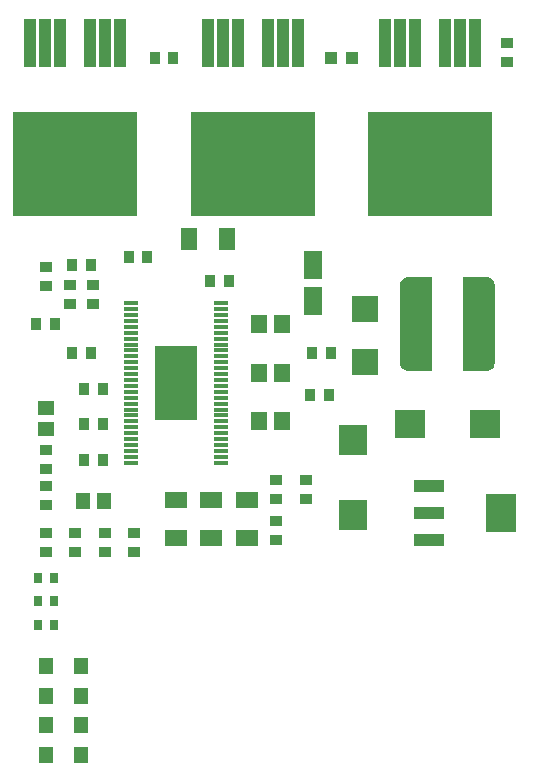
<source format=gtp>
G04 Layer_Color=8421504*
%FSAX44Y44*%
%MOMM*%
G71*
G01*
G75*
%ADD10R,1.0000X0.9000*%
%ADD11R,1.1000X1.1000*%
%ADD12R,0.9000X1.0000*%
%ADD13R,10.6000X8.8000*%
%ADD14R,1.0500X4.1500*%
G04:AMPARAMS|DCode=15|XSize=2.7mm|YSize=8mm|CornerRadius=1.35mm|HoleSize=0mm|Usage=FLASHONLY|Rotation=0.000|XOffset=0mm|YOffset=0mm|HoleType=Round|Shape=RoundedRectangle|*
%AMROUNDEDRECTD15*
21,1,2.7000,5.3000,0,0,0.0*
21,1,0.0000,8.0000,0,0,0.0*
1,1,2.7000,0.0000,-2.6500*
1,1,2.7000,0.0000,-2.6500*
1,1,2.7000,0.0000,2.6500*
1,1,2.7000,0.0000,2.6500*
%
%ADD15ROUNDEDRECTD15*%
%ADD16R,1.5500X2.4000*%
%ADD17R,2.6000X2.4000*%
%ADD18R,1.4500X1.1500*%
%ADD19R,1.9000X1.3500*%
%ADD20R,2.4000X2.6000*%
%ADD21R,2.3000X2.3000*%
%ADD22R,2.5000X3.3000*%
%ADD23R,2.5000X1.0000*%
%ADD24R,0.7000X0.9000*%
%ADD25R,1.3500X1.9000*%
%ADD26R,1.1500X1.4500*%
%ADD27R,1.2700X0.3048*%
%ADD28R,3.6100X6.3500*%
%ADD29R,1.3500X1.5500*%
%ADD30R,1.2192X1.4224*%
G36*
X00797301Y00801315D02*
X00794225D01*
X00792811Y00802729D01*
Y00805775D01*
X00794225Y00807189D01*
X00797301D01*
Y00801315D01*
D02*
G37*
G36*
X00767189Y00813649D02*
Y00810603D01*
X00765775Y00809189D01*
X00762699D01*
Y00815063D01*
X00765775D01*
X00767189Y00813649D01*
D02*
G37*
G36*
X00790811Y00805775D02*
Y00802729D01*
X00789397Y00801315D01*
X00786351D01*
X00784937Y00802729D01*
Y00805775D01*
X00786351Y00807189D01*
X00789397D01*
X00790811Y00805775D01*
D02*
G37*
G36*
X00775063D02*
Y00802729D01*
X00773649Y00801315D01*
X00770603D01*
X00769189Y00802729D01*
Y00805775D01*
X00770603Y00807189D01*
X00773649D01*
X00775063Y00805775D01*
D02*
G37*
G36*
X00782937D02*
Y00802729D01*
X00781523Y00801315D01*
X00778477D01*
X00777063Y00802729D01*
Y00805775D01*
X00778477Y00807189D01*
X00781523D01*
X00782937Y00805775D01*
D02*
G37*
G36*
X00775063Y00813649D02*
Y00810603D01*
X00773649Y00809189D01*
X00770603D01*
X00769189Y00810603D01*
Y00813649D01*
X00770603Y00815063D01*
X00773649D01*
X00775063Y00813649D01*
D02*
G37*
G36*
X00767189Y00821523D02*
Y00818477D01*
X00765775Y00817063D01*
X00762699D01*
Y00822937D01*
X00765775D01*
X00767189Y00821523D01*
D02*
G37*
G36*
X00775063D02*
Y00818477D01*
X00773649Y00817063D01*
X00770603D01*
X00769189Y00818477D01*
Y00821523D01*
X00770603Y00822937D01*
X00773649D01*
X00775063Y00821523D01*
D02*
G37*
G36*
X00797301Y00809189D02*
X00794225D01*
X00792811Y00810603D01*
Y00813649D01*
X00794225Y00815063D01*
X00797301D01*
Y00809189D01*
D02*
G37*
G36*
X00782937Y00813649D02*
Y00810603D01*
X00781523Y00809189D01*
X00778477D01*
X00777063Y00810603D01*
Y00813649D01*
X00778477Y00815063D01*
X00781523D01*
X00782937Y00813649D01*
D02*
G37*
G36*
X00790811D02*
Y00810603D01*
X00789397Y00809189D01*
X00786351D01*
X00784937Y00810603D01*
Y00813649D01*
X00786351Y00815063D01*
X00789397D01*
X00790811Y00813649D01*
D02*
G37*
G36*
Y00790027D02*
Y00788999D01*
X00784937D01*
Y00790027D01*
X00786351Y00791441D01*
X00789397D01*
X00790811Y00790027D01*
D02*
G37*
G36*
X00797301Y00788999D02*
X00792811D01*
Y00790027D01*
X00794225Y00791441D01*
X00797301D01*
Y00788999D01*
D02*
G37*
G36*
X00782937Y00790027D02*
Y00788999D01*
X00777063D01*
Y00790027D01*
X00778477Y00791441D01*
X00781523D01*
X00782937Y00790027D01*
D02*
G37*
G36*
X00767189D02*
Y00788999D01*
X00762699D01*
Y00791441D01*
X00765775D01*
X00767189Y00790027D01*
D02*
G37*
G36*
X00775063D02*
Y00788999D01*
X00769189D01*
Y00790027D01*
X00770603Y00791441D01*
X00773649D01*
X00775063Y00790027D01*
D02*
G37*
G36*
X00767189Y00797901D02*
Y00794855D01*
X00765775Y00793441D01*
X00762699D01*
Y00799315D01*
X00765775D01*
X00767189Y00797901D01*
D02*
G37*
G36*
X00797301Y00793441D02*
X00794225D01*
X00792811Y00794855D01*
Y00797901D01*
X00794225Y00799315D01*
X00797301D01*
Y00793441D01*
D02*
G37*
G36*
X00767189Y00805775D02*
Y00802729D01*
X00765775Y00801315D01*
X00762699D01*
Y00807189D01*
X00765775D01*
X00767189Y00805775D01*
D02*
G37*
G36*
X00790811Y00797901D02*
Y00794855D01*
X00789397Y00793441D01*
X00786351D01*
X00784937Y00794855D01*
Y00797901D01*
X00786351Y00799315D01*
X00789397D01*
X00790811Y00797901D01*
D02*
G37*
G36*
X00775063D02*
Y00794855D01*
X00773649Y00793441D01*
X00770603D01*
X00769189Y00794855D01*
Y00797901D01*
X00770603Y00799315D01*
X00773649D01*
X00775063Y00797901D01*
D02*
G37*
G36*
X00782937D02*
Y00794855D01*
X00781523Y00793441D01*
X00778477D01*
X00777063Y00794855D01*
Y00797901D01*
X00778477Y00799315D01*
X00781523D01*
X00782937Y00797901D01*
D02*
G37*
G36*
Y00821523D02*
Y00818477D01*
X00781523Y00817063D01*
X00778477D01*
X00777063Y00818477D01*
Y00821523D01*
X00778477Y00822937D01*
X00781523D01*
X00782937Y00821523D01*
D02*
G37*
G36*
Y00845145D02*
Y00842099D01*
X00781523Y00840685D01*
X00778477D01*
X00777063Y00842099D01*
Y00845145D01*
X00778477Y00846559D01*
X00781523D01*
X00782937Y00845145D01*
D02*
G37*
G36*
X00790811D02*
Y00842099D01*
X00789397Y00840685D01*
X00786351D01*
X00784937Y00842099D01*
Y00845145D01*
X00786351Y00846559D01*
X00789397D01*
X00790811Y00845145D01*
D02*
G37*
G36*
X00775063D02*
Y00842099D01*
X00773649Y00840685D01*
X00770603D01*
X00769189Y00842099D01*
Y00845145D01*
X00770603Y00846559D01*
X00773649D01*
X00775063Y00845145D01*
D02*
G37*
G36*
X00797301Y00832811D02*
X00794225D01*
X00792811Y00834225D01*
Y00837271D01*
X00794225Y00838685D01*
X00797301D01*
Y00832811D01*
D02*
G37*
G36*
X00767189Y00845145D02*
Y00842099D01*
X00765775Y00840685D01*
X00762699D01*
Y00846559D01*
X00765775D01*
X00767189Y00845145D01*
D02*
G37*
G36*
X00797301Y00840685D02*
X00794225D01*
X00792811Y00842099D01*
Y00845145D01*
X00794225Y00846559D01*
X00797301D01*
Y00840685D01*
D02*
G37*
G36*
X00790811Y00849973D02*
X00789397Y00848559D01*
X00786351D01*
X00784937Y00849973D01*
Y00851001D01*
X00790811D01*
Y00849973D01*
D02*
G37*
G36*
X00797301Y00848559D02*
X00794225D01*
X00792811Y00849973D01*
Y00851001D01*
X00797301D01*
Y00848559D01*
D02*
G37*
G36*
X00782937Y00849973D02*
X00781523Y00848559D01*
X00778477D01*
X00777063Y00849973D01*
Y00851001D01*
X00782937D01*
Y00849973D01*
D02*
G37*
G36*
X00767189D02*
X00765775Y00848559D01*
X00762699D01*
Y00851001D01*
X00767189D01*
Y00849973D01*
D02*
G37*
G36*
X00775063D02*
X00773649Y00848559D01*
X00770603D01*
X00769189Y00849973D01*
Y00851001D01*
X00775063D01*
Y00849973D01*
D02*
G37*
G36*
Y00829397D02*
Y00826351D01*
X00773649Y00824937D01*
X00770603D01*
X00769189Y00826351D01*
Y00829397D01*
X00770603Y00830811D01*
X00773649D01*
X00775063Y00829397D01*
D02*
G37*
G36*
X00782937D02*
Y00826351D01*
X00781523Y00824937D01*
X00778477D01*
X00777063Y00826351D01*
Y00829397D01*
X00778477Y00830811D01*
X00781523D01*
X00782937Y00829397D01*
D02*
G37*
G36*
X00767189D02*
Y00826351D01*
X00765775Y00824937D01*
X00762699D01*
Y00830811D01*
X00765775D01*
X00767189Y00829397D01*
D02*
G37*
G36*
X00790811Y00821523D02*
Y00818477D01*
X00789397Y00817063D01*
X00786351D01*
X00784937Y00818477D01*
Y00821523D01*
X00786351Y00822937D01*
X00789397D01*
X00790811Y00821523D01*
D02*
G37*
G36*
X00797301Y00817063D02*
X00794225D01*
X00792811Y00818477D01*
Y00821523D01*
X00794225Y00822937D01*
X00797301D01*
Y00817063D01*
D02*
G37*
G36*
X00790811Y00829397D02*
Y00826351D01*
X00789397Y00824937D01*
X00786351D01*
X00784937Y00826351D01*
Y00829397D01*
X00786351Y00830811D01*
X00789397D01*
X00790811Y00829397D01*
D02*
G37*
G36*
X00782937Y00837271D02*
Y00834225D01*
X00781523Y00832811D01*
X00778477D01*
X00777063Y00834225D01*
Y00837271D01*
X00778477Y00838685D01*
X00781523D01*
X00782937Y00837271D01*
D02*
G37*
G36*
X00790811D02*
Y00834225D01*
X00789397Y00832811D01*
X00786351D01*
X00784937Y00834225D01*
Y00837271D01*
X00786351Y00838685D01*
X00789397D01*
X00790811Y00837271D01*
D02*
G37*
G36*
X00775063D02*
Y00834225D01*
X00773649Y00832811D01*
X00770603D01*
X00769189Y00834225D01*
Y00837271D01*
X00770603Y00838685D01*
X00773649D01*
X00775063Y00837271D01*
D02*
G37*
G36*
X00797301Y00824937D02*
X00794225D01*
X00792811Y00826351D01*
Y00829397D01*
X00794225Y00830811D01*
X00797301D01*
Y00824937D01*
D02*
G37*
G36*
X00767189Y00837271D02*
Y00834225D01*
X00765775Y00832811D01*
X00762699D01*
Y00838685D01*
X00765775D01*
X00767189Y00837271D01*
D02*
G37*
G36*
X01044458Y00909807D02*
X01046282Y00909051D01*
X01047849Y00907849D01*
X01049051Y00906282D01*
X01049807Y00904458D01*
X01050000Y00902992D01*
Y00902500D01*
Y00837500D01*
Y00837008D01*
X01049807Y00835542D01*
X01049051Y00833718D01*
X01047849Y00832151D01*
X01046282Y00830949D01*
X01044458Y00830193D01*
X01042992Y00830000D01*
X01023000D01*
Y00910000D01*
X01042992D01*
X01044458Y00909807D01*
D02*
G37*
G36*
X00997000Y00830000D02*
X00977008D01*
X00975542Y00830193D01*
X00973718Y00830949D01*
X00972151Y00832151D01*
X00970949Y00833718D01*
X00970193Y00835542D01*
X00970000Y00837008D01*
Y00837500D01*
Y00902500D01*
Y00902992D01*
X00970193Y00904458D01*
X00970949Y00906282D01*
X00972151Y00907849D01*
X00973718Y00909051D01*
X00975542Y00909807D01*
X00977008Y00910000D01*
X00977500Y00910000D01*
Y00910000D01*
X00997000D01*
Y00830000D01*
D02*
G37*
D10*
X00745000Y00693000D02*
D03*
Y00677000D02*
D03*
X00720000Y00693000D02*
D03*
Y00677000D02*
D03*
X00695000Y00693000D02*
D03*
Y00677000D02*
D03*
X00670000Y00693000D02*
D03*
Y00677000D02*
D03*
X01060000Y01092000D02*
D03*
Y01108000D02*
D03*
X00670000Y00733000D02*
D03*
Y00717000D02*
D03*
X00670000Y00763000D02*
D03*
Y00747000D02*
D03*
X00710000Y00903000D02*
D03*
Y00887000D02*
D03*
X00690000Y00903000D02*
D03*
Y00887000D02*
D03*
X00865000Y00687000D02*
D03*
Y00703000D02*
D03*
X00670000Y00902000D02*
D03*
Y00918000D02*
D03*
X00865000Y00738000D02*
D03*
Y00722000D02*
D03*
X00890000Y00738000D02*
D03*
Y00722000D02*
D03*
D11*
X00929000Y01095000D02*
D03*
X00911000D02*
D03*
D12*
X00708000Y00845000D02*
D03*
X00692000D02*
D03*
X00740000Y00927000D02*
D03*
X00756000D02*
D03*
X00778000Y01095000D02*
D03*
X00762000D02*
D03*
X00702000Y00755000D02*
D03*
X00718000D02*
D03*
X00702000Y00785000D02*
D03*
X00718000D02*
D03*
X00702000Y00815000D02*
D03*
X00718000D02*
D03*
X00910000Y00810000D02*
D03*
X00894000D02*
D03*
X00825000Y00906000D02*
D03*
X00809000D02*
D03*
X00895000Y00845000D02*
D03*
X00911000D02*
D03*
X00692000Y00920000D02*
D03*
X00708000D02*
D03*
X00678000Y00870000D02*
D03*
X00662000D02*
D03*
D13*
X00995000Y01005500D02*
D03*
X00845000Y01005500D02*
D03*
X00695000D02*
D03*
D14*
X00956900Y01107500D02*
D03*
X00969600D02*
D03*
X00982300D02*
D03*
X01007700D02*
D03*
X01020400D02*
D03*
X01033100D02*
D03*
X00806900Y01107500D02*
D03*
X00819600D02*
D03*
X00832300D02*
D03*
X00857700D02*
D03*
X00870400D02*
D03*
X00883100D02*
D03*
X00656900D02*
D03*
X00669600D02*
D03*
X00682300D02*
D03*
X00707700D02*
D03*
X00720400D02*
D03*
X00733100D02*
D03*
D15*
X00983500Y00870000D02*
D03*
X01036500D02*
D03*
D16*
X00896000Y00920250D02*
D03*
Y00889750D02*
D03*
D17*
X00978020Y00784930D02*
D03*
X01042020D02*
D03*
D18*
X00670000Y00781000D02*
D03*
Y00799000D02*
D03*
D19*
X00780000Y00689000D02*
D03*
Y00721000D02*
D03*
X00810000Y00689000D02*
D03*
Y00721000D02*
D03*
X00840000Y00689000D02*
D03*
Y00721000D02*
D03*
D20*
X00929930Y00771980D02*
D03*
Y00707980D02*
D03*
D21*
X00940000Y00882500D02*
D03*
Y00837500D02*
D03*
D22*
X01055500Y00710000D02*
D03*
D23*
X00994500D02*
D03*
Y00733000D02*
D03*
Y00687000D02*
D03*
D24*
X00663000Y00615000D02*
D03*
X00677000D02*
D03*
X00663000Y00635000D02*
D03*
X00677000D02*
D03*
X00663000Y00655000D02*
D03*
X00677000D02*
D03*
D25*
X00791000Y00942000D02*
D03*
X00823000D02*
D03*
D26*
X00719000Y00720000D02*
D03*
X00701000D02*
D03*
D27*
X00741773Y00887500D02*
D03*
Y00882500D02*
D03*
Y00877500D02*
D03*
Y00872500D02*
D03*
Y00867500D02*
D03*
Y00862500D02*
D03*
Y00857500D02*
D03*
Y00852500D02*
D03*
Y00847500D02*
D03*
Y00842500D02*
D03*
Y00837500D02*
D03*
Y00832500D02*
D03*
Y00827500D02*
D03*
Y00822500D02*
D03*
Y00817500D02*
D03*
Y00812500D02*
D03*
Y00807500D02*
D03*
Y00802500D02*
D03*
Y00797500D02*
D03*
Y00792500D02*
D03*
Y00787500D02*
D03*
Y00782500D02*
D03*
Y00777500D02*
D03*
Y00772500D02*
D03*
Y00767500D02*
D03*
Y00762500D02*
D03*
Y00757500D02*
D03*
Y00752500D02*
D03*
X00818227D02*
D03*
Y00757500D02*
D03*
Y00762500D02*
D03*
Y00767500D02*
D03*
Y00772500D02*
D03*
Y00777500D02*
D03*
Y00782500D02*
D03*
Y00787500D02*
D03*
Y00792500D02*
D03*
Y00797500D02*
D03*
Y00802500D02*
D03*
Y00807500D02*
D03*
Y00812500D02*
D03*
Y00817500D02*
D03*
Y00822500D02*
D03*
Y00827500D02*
D03*
Y00832500D02*
D03*
Y00837500D02*
D03*
Y00842500D02*
D03*
Y00847500D02*
D03*
Y00852500D02*
D03*
Y00857500D02*
D03*
Y00862500D02*
D03*
Y00867500D02*
D03*
Y00872500D02*
D03*
Y00877500D02*
D03*
Y00882500D02*
D03*
Y00887500D02*
D03*
D28*
X00780000Y00820000D02*
D03*
D29*
X00850000Y00787710D02*
D03*
X00870000D02*
D03*
X00870000Y00828000D02*
D03*
X00850000D02*
D03*
X00870000Y00870000D02*
D03*
X00850000D02*
D03*
D30*
X00669760Y00505000D02*
D03*
X00700000D02*
D03*
X00669760Y00530000D02*
D03*
X00700000D02*
D03*
X00669760Y00555000D02*
D03*
X00700000D02*
D03*
X00669760Y00580000D02*
D03*
X00700000D02*
D03*
M02*

</source>
